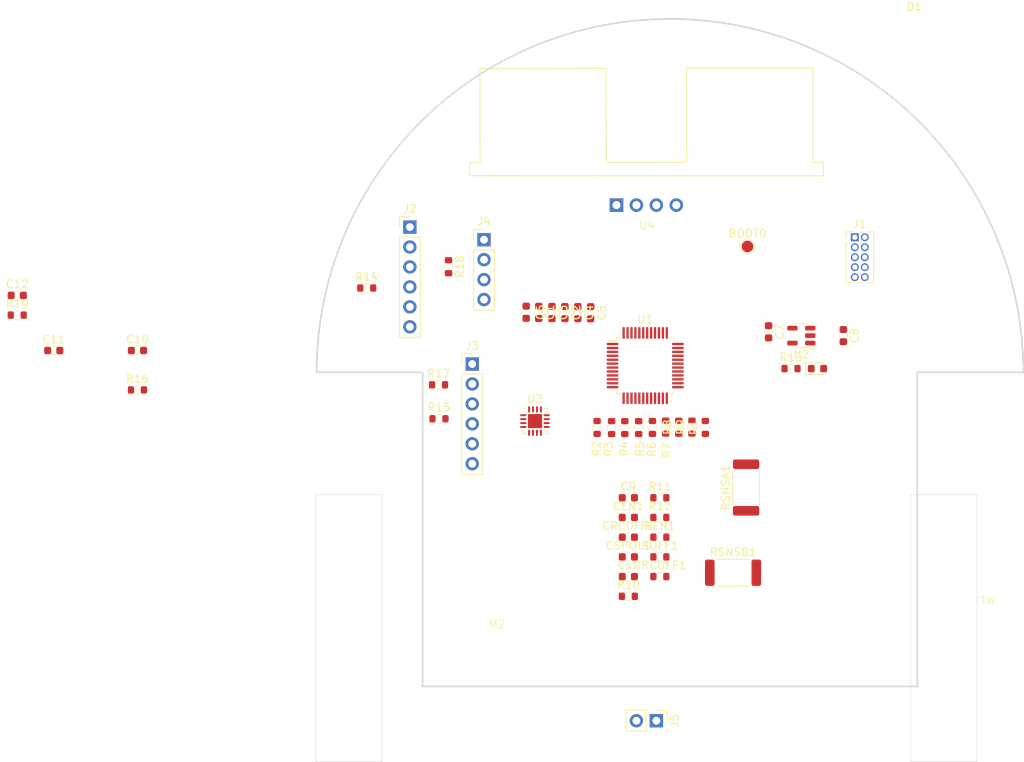
<source format=kicad_pcb>
(kicad_pcb (version 20221018) (generator pcbnew)
  (layers (0 "F.Cu" signal) (31 "B.Cu" signal) (34 "B.Paste" user) (35 "F.Paste" user) (36 "B.SilkS" user "B.Silkscreen") (37 "F.SilkS" user "F.Silkscreen") (38 "B.Mask" user) (39 "F.Mask" user) (44 "Edge.Cuts" user))
  (net 0 "")
  (net 1 "+3.3V")
  (net 2 "GND")
  (net 3 "+BATT")
  (net 4 "/mcu/IN_B2")
  (net 5 "/mcu/BOOT0")
  (net 6 "Net-(U1-PA2)")
  (net 7 "/mcu/TIM15_CH1")
  (net 8 "Net-(U1-PA3)")
  (net 9 "/mcu/TIM15_CH2")
  (net 10 "Net-(U1-PA4)")
  (net 11 "/mcu/OUT_A4")
  (net 12 "Net-(U1-PA5)")
  (net 13 "/mcu/OUT_A5")
  (net 14 "/motor_control/STBY{slash}RESET")
  (net 15 "Net-(U1-PB0)")
  (net 16 "/mcu/OUT_B1")
  (net 17 "Net-(U1-PB1)")
  (net 18 "Net-(U1-PB6)")
  (net 19 "/mcu/OUT_B9")
  (net 20 "Net-(U1-PB9)")
  (net 21 "/mcu/TIM3_CH1")
  (net 22 "/mcu/TIM2_CH1")
  (net 23 "/mcu/TIM3_CH2")
  (net 24 "/mcu/TIM2_CH2")
  (net 25 "/mcu/TIM8_CH2")
  (net 26 "Net-(U4-ECHO)")
  (net 32 "/mcu/~{RESET}")
  (net 44 "/mcu/SWDIO")
  (net 47 "/mcu/SWDCLK")
  (net 49 "/mcu/SWO")
  (net 52 "+3V3")
  (net 56 "Net-(CRCOFF1-Pad1)")
  (net 57 "VS")
  (net 58 "Net-(D1-A)")
  (net 59 "Net-(U3-REF)")
  (net 60 "VDD")
  (net 61 "Net-(U3-TOFF)")
  (net 62 "Net-(U3-SENSEA)")
  (net 64 "Net-(U3-SENSEB)")
  (net 66 "/motorB/MA")
  (net 67 "/motorB/MB")
  (net 68 "/motorA/MB")
  (net 69 "/motorA/MA")
  (net 70 "/external_uart/EXT_UART_RX")
  (net 71 "/external_uart/EXT_UART_TX")
  (net 72 "Net-(J4-Pin_3)")
  (footprint "Resistor_SMD:R_0603_1608Metric" (layer "F.Cu") (at 69.88 83.12)
    (fp_text reference "R19" (at 0 -1.43) (layer "F.SilkS"))
    (fp_text value "100")
    (fp_line (start -0.237258 -0.5225) (end 0.237258 -0.5225) (stroke (width 0.12)) (layer "F.SilkS"))
    (fp_line (start -0.237258 0.5225) (end 0.237258 0.5225) (stroke (width 0.12)) (layer "F.SilkS"))
    (pad "1" smd roundrect (at -0.825 0) (size 0.8 0.95) (layers "F.Cu" "F.Paste" "F.Mask") (net 25 "/mcu/TIM8_CH2"))
    (pad "2" smd roundrect (at 0.825 0) (size 0.8 0.95) (layers "F.Cu" "F.Paste" "F.Mask") (net 26 "Net-(U4-ECHO)"))
  )
  (footprint "Capacitor_SMD:C_0603_1608Metric" (layer "F.Cu") (at 69.88 80.61)
    (fp_text reference "C12" (at 0 -1.43) (layer "F.SilkS"))
    (fp_text value "2.2uF")
    (fp_line (start -0.14058 -0.51) (end 0.14058 -0.51) (stroke (width 0.12)) (layer "F.SilkS"))
    (fp_line (start -0.14058 0.51) (end 0.14058 0.51) (stroke (width 0.12)) (layer "F.SilkS"))
    (pad "1" smd roundrect (at -0.775 0) (size 0.9 0.95) (layers "F.Cu" "F.Paste" "F.Mask") (net 1 "+3.3V"))
    (pad "2" smd roundrect (at 0.775 0) (size 0.9 0.95) (layers "F.Cu" "F.Paste" "F.Mask") (net 2 "GND"))
  )
  (footprint "Package_QFP:LQFP-48_7x7mm_P0.5mm" (layer "F.Cu") (at 149.85 89.55)
    (fp_text reference "U1" (at 0 -5.85) (layer "F.SilkS"))
    (fp_text value "STM32F030C8Tx")
    (fp_line (start -3.61 -3.61) (end -3.61 -3.16) (stroke (width 0.12)) (layer "F.SilkS"))
    (fp_line (start -3.61 -3.16) (end -4.9 -3.16) (stroke (width 0.12)) (layer "F.SilkS"))
    (fp_line (start -3.61 3.61) (end -3.61 3.16) (stroke (width 0.12)) (layer "F.SilkS"))
    (fp_line (start -3.16 -3.61) (end -3.61 -3.61) (stroke (width 0.12)) (layer "F.SilkS"))
    (fp_line (start -3.16 3.61) (end -3.61 3.61) (stroke (width 0.12)) (layer "F.SilkS"))
    (fp_line (start 3.16 -3.61) (end 3.61 -3.61) (stroke (width 0.12)) (layer "F.SilkS"))
    (fp_line (start 3.16 3.61) (end 3.61 3.61) (stroke (width 0.12)) (layer "F.SilkS"))
    (fp_line (start 3.61 -3.61) (end 3.61 -3.16) (stroke (width 0.12)) (layer "F.SilkS"))
    (fp_line (start 3.61 3.61) (end 3.61 3.16) (stroke (width 0.12)) (layer "F.SilkS"))
    (pad "1" smd roundrect (at -4.1625 -2.75) (size 1.475 0.3) (layers "F.Cu" "F.Paste" "F.Mask") (net 1 "+3.3V"))
    (pad "2" smd roundrect (at -4.1625 -2.25) (size 1.475 0.3) (layers "F.Cu" "F.Paste" "F.Mask"))
    (pad "3" smd roundrect (at -4.1625 -1.75) (size 1.475 0.3) (layers "F.Cu" "F.Paste" "F.Mask"))
    (pad "4" smd roundrect (at -4.1625 -1.25) (size 1.475 0.3) (layers "F.Cu" "F.Paste" "F.Mask"))
    (pad "5" smd roundrect (at -4.1625 -0.75) (size 1.475 0.3) (layers "F.Cu" "F.Paste" "F.Mask"))
    (pad "6" smd roundrect (at -4.1625 -0.25) (size 1.475 0.3) (layers "F.Cu" "F.Paste" "F.Mask"))
    (pad "7" smd roundrect (at -4.1625 0.25) (size 1.475 0.3) (layers "F.Cu" "F.Paste" "F.Mask") (net 32 "/mcu/~{RESET}"))
    (pad "8" smd roundrect (at -4.1625 0.75) (size 1.475 0.3) (layers "F.Cu" "F.Paste" "F.Mask") (net 2 "GND"))
    (pad "9" smd roundrect (at -4.1625 1.25) (size 1.475 0.3) (layers "F.Cu" "F.Paste" "F.Mask") (net 1 "+3.3V"))
    (pad "10" smd roundrect (at -4.1625 1.75) (size 1.475 0.3) (layers "F.Cu" "F.Paste" "F.Mask") (net 22 "/mcu/TIM2_CH1"))
    (pad "11" smd roundrect (at -4.1625 2.25) (size 1.475 0.3) (layers "F.Cu" "F.Paste" "F.Mask") (net 24 "/mcu/TIM2_CH2"))
    (pad "12" smd roundrect (at -4.1625 2.75) (size 1.475 0.3) (layers "F.Cu" "F.Paste" "F.Mask") (net 6 "Net-(U1-PA2)"))
    (pad "13" smd roundrect (at -2.75 4.1625) (size 0.3 1.475) (layers "F.Cu" "F.Paste" "F.Mask") (net 8 "Net-(U1-PA3)"))
    (pad "14" smd roundrect (at -2.25 4.1625) (size 0.3 1.475) (layers "F.Cu" "F.Paste" "F.Mask") (net 10 "Net-(U1-PA4)"))
    (pad "15" smd roundrect (at -1.75 4.1625) (size 0.3 1.475) (layers "F.Cu" "F.Paste" "F.Mask") (net 12 "Net-(U1-PA5)"))
    (pad "16" smd roundrect (at -1.25 4.1625) (size 0.3 1.475) (layers "F.Cu" "F.Paste" "F.Mask") (net 21 "/mcu/TIM3_CH1"))
    (pad "17" smd roundrect (at -0.75 4.1625) (size 0.3 1.475) (layers "F.Cu" "F.Paste" "F.Mask") (net 23 "/mcu/TIM3_CH2"))
    (pad "18" smd roundrect (at -0.25 4.1625) (size 0.3 1.475) (layers "F.Cu" "F.Paste" "F.Mask") (net 15 "Net-(U1-PB0)"))
    (pad "19" smd roundrect (at 0.25 4.1625) (size 0.3 1.475) (layers "F.Cu" "F.Paste" "F.Mask") (net 17 "Net-(U1-PB1)"))
    (pad "20" smd roundrect (at 0.75 4.1625) (size 0.3 1.475) (layers "F.Cu" "F.Paste" "F.Mask") (net 4 "/mcu/IN_B2"))
    (pad "21" smd roundrect (at 1.25 4.1625) (size 0.3 1.475) (layers "F.Cu" "F.Paste" "F.Mask"))
    (pad "22" smd roundrect (at 1.75 4.1625) (size 0.3 1.475) (layers "F.Cu" "F.Paste" "F.Mask"))
    (pad "23" smd roundrect (at 2.25 4.1625) (size 0.3 1.475) (layers "F.Cu" "F.Paste" "F.Mask") (net 2 "GND"))
    (pad "24" smd roundrect (at 2.75 4.1625) (size 0.3 1.475) (layers "F.Cu" "F.Paste" "F.Mask") (net 1 "+3.3V"))
    (pad "25" smd roundrect (at 4.1625 2.75) (size 1.475 0.3) (layers "F.Cu" "F.Paste" "F.Mask"))
    (pad "26" smd roundrect (at 4.1625 2.25) (size 1.475 0.3) (layers "F.Cu" "F.Paste" "F.Mask"))
    (pad "27" smd roundrect (at 4.1625 1.75) (size 1.475 0.3) (layers "F.Cu" "F.Paste" "F.Mask"))
    (pad "28" smd roundrect (at 4.1625 1.25) (size 1.475 0.3) (layers "F.Cu" "F.Paste" "F.Mask"))
    (pad "29" smd roundrect (at 4.1625 0.75) (size 1.475 0.3) (layers "F.Cu" "F.Paste" "F.Mask"))
    (pad "30" smd roundrect (at 4.1625 0.25) (size 1.475 0.3) (layers "F.Cu" "F.Paste" "F.Mask"))
    (pad "31" smd roundrect (at 4.1625 -0.25) (size 1.475 0.3) (layers "F.Cu" "F.Paste" "F.Mask"))
    (pad "32" smd roundrect (at 4.1625 -0.75) (size 1.475 0.3) (layers "F.Cu" "F.Paste" "F.Mask"))
    (pad "33" smd roundrect (at 4.1625 -1.25) (size 1.475 0.3) (layers "F.Cu" "F.Paste" "F.Mask"))
    (pad "34" smd roundrect (at 4.1625 -1.75) (size 1.475 0.3) (layers "F.Cu" "F.Paste" "F.Mask") (net 44 "/mcu/SWDIO"))
    (pad "35" smd roundrect (at 4.1625 -2.25) (size 1.475 0.3) (layers "F.Cu" "F.Paste" "F.Mask"))
    (pad "36" smd roundrect (at 4.1625 -2.75) (size 1.475 0.3) (layers "F.Cu" "F.Paste" "F.Mask"))
    (pad "37" smd roundrect (at 2.75 -4.1625) (size 0.3 1.475) (layers "F.Cu" "F.Paste" "F.Mask") (net 47 "/mcu/SWDCLK"))
    (pad "38" smd roundrect (at 2.25 -4.1625) (size 0.3 1.475) (layers "F.Cu" "F.Paste" "F.Mask"))
    (pad "39" smd roundrect (at 1.75 -4.1625) (size 0.3 1.475) (layers "F.Cu" "F.Paste" "F.Mask") (net 49 "/mcu/SWO"))
    (pad "40" smd roundrect (at 1.25 -4.1625) (size 0.3 1.475) (layers "F.Cu" "F.Paste" "F.Mask"))
    (pad "41" smd roundrect (at 0.75 -4.1625) (size 0.3 1.475) (layers "F.Cu" "F.Paste" "F.Mask"))
    (pad "42" smd roundrect (at 0.25 -4.1625) (size 0.3 1.475) (layers "F.Cu" "F.Paste" "F.Mask") (net 18 "Net-(U1-PB6)"))
    (pad "43" smd roundrect (at -0.25 -4.1625) (size 0.3 1.475) (layers "F.Cu" "F.Paste" "F.Mask") (net 71 "/external_uart/EXT_UART_TX"))
    (pad "44" smd roundrect (at -0.75 -4.1625) (size 0.3 1.475) (layers "F.Cu" "F.Paste" "F.Mask") (net 5 "/mcu/BOOT0"))
    (pad "45" smd roundrect (at -1.25 -4.1625) (size 0.3 1.475) (layers "F.Cu" "F.Paste" "F.Mask") (net 25 "/mcu/TIM8_CH2"))
    (pad "46" smd roundrect (at -1.75 -4.1625) (size 0.3 1.475) (layers "F.Cu" "F.Paste" "F.Mask") (net 20 "Net-(U1-PB9)"))
    (pad "47" smd roundrect (at -2.25 -4.1625) (size 0.3 1.475) (layers "F.Cu" "F.Paste" "F.Mask") (net 2 "GND"))
    (pad "48" smd roundrect (at -2.75 -4.1625) (size 0.3 1.475) (layers "F.Cu" "F.Paste" "F.Mask") (net 1 "+3.3V"))
  )
  (footprint "Resistor_SMD:R_0603_1608Metric" (layer "F.Cu") (at 157.51 97.425 90)
    (fp_text reference "R1" (at 0 -1.43 90) (layer "F.SilkS"))
    (fp_text value "10k")
    (fp_line (start -0.237258 -0.5225) (end 0.237258 -0.5225) (stroke (width 0.12)) (layer "F.SilkS"))
    (fp_line (start -0.237258 0.5225) (end 0.237258 0.5225) (stroke (width 0.12)) (layer "F.SilkS"))
    (pad "1" smd roundrect (at -0.825 0 90) (size 0.8 0.95) (layers "F.Cu" "F.Paste" "F.Mask") (net 5 "/mcu/BOOT0"))
    (pad "2" smd roundrect (at 0.825 0 90) (size 0.8 0.95) (layers "F.Cu" "F.Paste" "F.Mask") (net 2 "GND"))
  )
  (footprint "minimouse:N20_with_encoder" (layer "F.Cu") (at 131 123)
    (fp_text reference "M2" (at 0 -0.5 unlocked) (layer "F.SilkS") (effects (font (thickness 0.1))))
    (fp_text value "N20_encoder")
    (fp_rect (start -23.1 -17) (end -14.67 17) (stroke (width 0.05)) (fill none) (layer "Edge.Cuts"))
    (pad "" np_thru_hole circle locked (at 0 -9) (size 1 1) (drill 2.2) (layers "F&B.Cu" "*.Mask"))
    (pad "" np_thru_hole circle locked (at 0 9) (size 1 1) (drill 2.2) (layers "F&B.Cu" "*.Mask"))
  )
  (footprint "Resistor_SMD:R_0603_1608Metric" (layer "F.Cu") (at 114.385 79.67)
    (fp_text reference "R14" (at 0 -1.43) (layer "F.SilkS"))
    (fp_text value "100")
    (fp_line (start -0.237258 -0.5225) (end 0.237258 -0.5225) (stroke (width 0.12)) (layer "F.SilkS"))
    (fp_line (start -0.237258 0.5225) (end 0.237258 0.5225) (stroke (width 0.12)) (layer "F.SilkS"))
    (pad "1" smd roundrect (at -0.825 0) (size 0.8 0.95) (layers "F.Cu" "F.Paste" "F.Mask") (net 21 "/mcu/TIM3_CH1"))
    (pad "2" smd roundrect (at 0.825 0) (size 0.8 0.95) (layers "F.Cu" "F.Paste" "F.Mask") (net 2 "GND"))
  )
  (footprint "Resistor_SMD:R_2512_6332Metric" (layer "F.Cu") (at 162.7 105.08 90)
    (fp_text reference "RSNSA1" (at 0 -2.62 90) (layer "F.SilkS"))
    (fp_text value "330m")
    (fp_line (start -2.177064 -1.71) (end 2.177064 -1.71) (stroke (width 0.12)) (layer "F.SilkS"))
    (fp_line (start -2.177064 1.71) (end 2.177064 1.71) (stroke (width 0.12)) (layer "F.SilkS"))
    (pad "1" smd roundrect (at -2.9625 0 90) (size 1.225 3.35) (layers "F.Cu" "F.Paste" "F.Mask") (roundrect_rratio 0.204082) (net 62 "Net-(U3-SENSEA)"))
    (pad "2" smd roundrect (at 2.9625 0 90) (size 1.225 3.35) (layers "F.Cu" "F.Paste" "F.Mask") (roundrect_rratio 0.204082))
  )
  (footprint "Capacitor_SMD:C_0603_1608Metric" (layer "F.Cu") (at 165.56 85.245 -90)
    (fp_text reference "C7" (at 0 -1.43 90) (layer "F.SilkS"))
    (fp_text value "1uF")
    (fp_line (start -0.14058 -0.51) (end 0.14058 -0.51) (stroke (width 0.12)) (layer "F.SilkS"))
    (fp_line (start -0.14058 0.51) (end 0.14058 0.51) (stroke (width 0.12)) (layer "F.SilkS"))
    (pad "1" smd roundrect (at -0.775 0 270) (size 0.9 0.95) (layers "F.Cu" "F.Paste" "F.Mask") (net 3 "+BATT"))
    (pad "2" smd roundrect (at 0.775 0 270) (size 0.9 0.95) (layers "F.Cu" "F.Paste" "F.Mask") (net 2 "GND"))
  )
  (footprint "TestPoint:TestPoint_Pad_D1.5mm" (layer "F.Cu") (at 162.88 74.38)
    (fp_text reference "BOOT0" (at 0 -1.648) (layer "F.SilkS"))
    (fp_text value "TestPoint")
    (fp_circle (center 0 0) (end 0 0.95) (stroke (width 0.12)) (fill none) (layer "F.SilkS"))
    (pad "1" smd circle (at 0 0) (size 1.5 1.5) (layers "F.Cu" "F.Mask") (net 5 "/mcu/BOOT0"))
  )
  (footprint "Resistor_SMD:R_0603_1608Metric" (layer "F.Cu") (at 168.415 89.93)
    (fp_text reference "R13" (at 0 -1.43) (layer "F.SilkS"))
    (fp_text value "R")
    (fp_line (start -0.237258 -0.5225) (end 0.237258 -0.5225) (stroke (width 0.12)) (layer "F.SilkS"))
    (fp_line (start -0.237258 0.5225) (end 0.237258 0.5225) (stroke (width 0.12)) (layer "F.SilkS"))
    (pad "1" smd roundrect (at -0.825 0) (size 0.8 0.95) (layers "F.Cu" "F.Paste" "F.Mask") (net 1 "+3.3V"))
    (pad "2" smd roundrect (at 0.825 0) (size 0.8 0.95) (layers "F.Cu" "F.Paste" "F.Mask") (net 58 "Net-(D1-A)"))
  )
  (footprint "Resistor_SMD:R_0603_1608Metric" (layer "F.Cu") (at 151.7125 106.38)
    (fp_text reference "R11" (at 0 -1.43) (layer "F.SilkS"))
    (fp_text value "10k")
    (fp_line (start -0.237258 -0.5225) (end 0.237258 -0.5225) (stroke (width 0.12)) (layer "F.SilkS"))
    (fp_line (start -0.237258 0.5225) (end 0.237258 0.5225) (stroke (width 0.12)) (layer "F.SilkS"))
    (pad "1" smd roundrect (at -0.825 0) (size 0.8 0.95) (layers "F.Cu" "F.Paste" "F.Mask") (net 3 "+BATT"))
    (pad "2" smd roundrect (at 0.825 0) (size 0.8 0.95) (layers "F.Cu" "F.Paste" "F.Mask") (net 59 "Net-(U3-REF)"))
  )
  (footprint "Resistor_SMD:R_0603_1608Metric" (layer "F.Cu") (at 147.25 97.445 -90)
    (fp_text reference "R4" (at 2.7 0.07 90) (layer "F.SilkS"))
    (fp_text value "100")
    (fp_line (start -0.237258 -0.5225) (end 0.237258 -0.5225) (stroke (width 0.12)) (layer "F.SilkS"))
    (fp_line (start -0.237258 0.5225) (end 0.237258 0.5225) (stroke (width 0.12)) (layer "F.SilkS"))
    (pad "1" smd roundrect (at -0.825 0 270) (size 0.8 0.95) (layers "F.Cu" "F.Paste" "F.Mask") (net 10 "Net-(U1-PA4)"))
    (pad "2" smd roundrect (at 0.825 0 270) (size 0.8 0.95) (layers "F.Cu" "F.Paste" "F.Mask") (net 11 "/mcu/OUT_A4"))
  )
  (footprint "Capacitor_SMD:C_0603_1608Metric" (layer "F.Cu") (at 141.27 82.805 -90)
    (fp_text reference "C4" (at 0 -1.43 90) (layer "F.SilkS"))
    (fp_text value "0.1uF")
    (fp_line (start -0.14058 -0.51) (end 0.14058 -0.51) (stroke (width 0.12)) (layer "F.SilkS"))
    (fp_line (start -0.14058 0.51) (end 0.14058 0.51) (stroke (width 0.12)) (layer "F.SilkS"))
    (pad "1" smd roundrect (at -0.775 0 270) (size 0.9 0.95) (layers "F.Cu" "F.Paste" "F.Mask") (net 1 "+3.3V"))
    (pad "2" smd roundrect (at 0.775 0 270) (size 0.9 0.95) (layers "F.Cu" "F.Paste" "F.Mask") (net 2 "GND"))
  )
  (footprint "Resistor_SMD:R_0603_1608Metric" (layer "F.Cu") (at 155.8 97.385 90)
    (fp_text reference "R9" (at 0 -1.43 90) (layer "F.SilkS"))
    (fp_text value "100")
    (fp_line (start -0.237258 -0.5225) (end 0.237258 -0.5225) (stroke (width 0.12)) (layer "F.SilkS"))
    (fp_line (start -0.237258 0.5225) (end 0.237258 0.5225) (stroke (width 0.12)) (layer "F.SilkS"))
    (pad "1" smd roundrect (at -0.825 0 90) (size 0.8 0.95) (layers "F.Cu" "F.Paste" "F.Mask") (net 19 "/mcu/OUT_B9"))
    (pad "2" smd roundrect (at 0.825 0 90) (size 0.8 0.95) (layers "F.Cu" "F.Paste" "F.Mask") (net 20 "Net-(U1-PB9)"))
  )
  (footprint "minimouse:HC-SR04" (layer "F.Cu") (at 150 69.125)
    (fp_text reference "U4" (at 0.06 2.57 unlocked) (layer "F.SilkS") (effects (font (thickness 0.1))))
    (fp_text value "HC-SR04")
    (fp_line (start -22.54 -5.41) (end -22.54 -3.75) (stroke (width 0.1)) (layer "F.SilkS"))
    (fp_line (start -22.54 -3.75) (end 22.54 -3.73) (stroke (width 0.1)) (layer "F.SilkS"))
    (fp_line (start -21.18 -17.41) (end -21.17 -5.41) (stroke (width 0.1)) (layer "F.SilkS"))
    (fp_line (start -21.17 -5.41) (end -22.54 -5.41) (stroke (width 0.1)) (layer "F.SilkS"))
    (fp_line (start -5.13 -17.42) (end -21.18 -17.41) (stroke (width 0.1)) (layer "F.SilkS"))
    (fp_line (start -5.12 -5.42) (end -5.13 -17.42) (stroke (width 0.1)) (layer "F.SilkS"))
    (fp_line (start 5.12 -17.44) (end 5.14 -5.43) (stroke (width 0.1)) (layer "F.SilkS"))
    (fp_line (start 5.14 -5.43) (end -5.12 -5.42) (stroke (width 0.1)) (layer "F.SilkS"))
    (fp_line (start 21.21 -17.45) (end 5.12 -17.44) (stroke (width 0.1)) (layer "F.SilkS"))
    (fp_line (start 21.21 -5.45) (end 21.21 -17.45) (stroke (width 0.1)) (layer "F.SilkS"))
    (fp_line (start 22.53 -5.45) (end 21.21 -5.45) (stroke (width 0.1)) (layer "F.SilkS"))
    (fp_line (start 22.54 -3.73) (end 22.53 -5.45) (stroke (width 0.1)) (layer "F.SilkS"))
    (pad "1" thru_hole rect locked (at -3.81 0 90) (size 1.7 1.7) (drill 1) (layers "*.Cu" "*.Mask") (net 2 "GND"))
    (pad "2" thru_hole oval locked (at -1.27 0 90) (size 1.7 1.7) (drill 1) (layers "*.Cu" "*.Mask") (net 19 "/mcu/OUT_B9"))
    (pad "3" thru_hole oval locked (at 1.27 0 90) (size 1.7 1.7) (drill 1) (layers "*.Cu" "*.Mask") (net 26 "Net-(U4-ECHO)"))
    (pad "4" thru_hole oval locked (at 3.81 0 90) (size 1.7 1.7) (drill 1) (layers "*.Cu" "*.Mask") (net 52 "+3V3"))
  )
  (footprint "Resistor_SMD:R_0603_1608Metric" (layer "F.Cu") (at 123.535 92)
    (fp_text reference "R17" (at 0 -1.43) (layer "F.SilkS"))
    (fp_text value "10")
    (fp_line (start -0.237258 -0.5225) (end 0.237258 -0.5225) (stroke (width 0.12)) (layer "F.SilkS"))
    (fp_line (start -0.237258 0.5225) (end 0.237258 0.5225) (stroke (width 0.12)) (layer "F.SilkS"))
    (pad "1" smd roundrect (at -0.825 0) (size 0.8 0.95) (layers "F.Cu" "F.Paste" "F.Mask") (net 24 "/mcu/TIM2_CH2"))
    (pad "2" smd roundrect (at 0.825 0) (size 0.8 0.95) (layers "F.Cu" "F.Paste" "F.Mask") (net 2 "GND"))
  )
  (footprint "Capacitor_SMD:C_0603_1608Metric" (layer "F.Cu") (at 175.08 85.735 -90)
    (fp_text reference "C8" (at 0 -1.43 90) (layer "F.SilkS"))
    (fp_text value "1uF")
    (fp_line (start -0.14058 -0.51) (end 0.14058 -0.51) (stroke (width 0.12)) (layer "F.SilkS"))
    (fp_line (start -0.14058 0.51) (end 0.14058 0.51) (stroke (width 0.12)) (layer "F.SilkS"))
    (pad "1" smd roundrect (at -0.775 0 270) (size 0.9 0.95) (layers "F.Cu" "F.Paste" "F.Mask") (net 1 "+3.3V"))
    (pad "2" smd roundrect (at 0.775 0 270) (size 0.9 0.95) (layers "F.Cu" "F.Paste" "F.Mask") (net 2 "GND"))
  )
  (footprint "Connector_PinHeader_2.54mm:PinHeader_1x06_P2.54mm_Vertical" (layer "F.Cu") (at 119.88 71.91)
    (fp_text reference "J2" (at 0 -2.33) (layer "F.SilkS"))
    (fp_text value "Conn_01x06")
    (fp_line (start -1.33 -1.33) (end 0 -1.33) (stroke (width 0.12)) (layer "F.SilkS"))
    (fp_line (start -1.33 0) (end -1.33 -1.33) (stroke (width 0.12)) (layer "F.SilkS"))
    (fp_line (start -1.33 1.27) (end -1.33 14.03) (stroke (width 0.12)) (layer "F.SilkS"))
    (fp_line (start -1.33 1.27) (end 1.33 1.27) (stroke (width 0.12)) (layer "F.SilkS"))
    (fp_line (start -1.33 14.03) (end 1.33 14.03) (stroke (width 0.12)) (layer "F.SilkS"))
    (fp_line (start 1.33 1.27) (end 1.33 14.03) (stroke (width 0.12)) (layer "F.SilkS"))
    (pad "1" thru_hole rect (at 0 0) (size 1.7 1.7) (drill 1) (layers "*.Cu" "*.Mask") (net 69 "/motorA/MA"))
    (pad "2" thru_hole oval (at 0 2.54) (size 1.7 1.7) (drill 1) (layers "*.Cu" "*.Mask") (net 2 "GND"))
    (pad "3" thru_hole oval (at 0 5.08) (size 1.7 1.7) (drill 1) (layers "*.Cu" "*.Mask") (net 2 "GND"))
    (pad "4" thru_hole oval (at 0 7.62) (size 1.7 1.7) (drill 1) (layers "*.Cu" "*.Mask") (net 2 "GND"))
    (pad "5" thru_hole oval (at 0 10.16) (size 1.7 1.7) (drill 1) (layers "*.Cu" "*.Mask") (net 3 "+BATT"))
    (pad "6" thru_hole oval (at 0 12.7) (size 1.7 1.7) (drill 1) (layers "*.Cu" "*.Mask") (net 68 "/motorA/MB"))
  )
  (footprint "Capacitor_SMD:C_0603_1608Metric" (layer "F.Cu") (at 142.9 82.815 -90)
    (fp_text reference "C5" (at 0 -1.43 90) (layer "F.SilkS"))
    (fp_text value "0.1uF")
    (fp_line (start -0.14058 -0.51) (end 0.14058 -0.51) (stroke (width 0.12)) (layer "F.SilkS"))
    (fp_line (start -0.14058 0.51) (end 0.14058 0.51) (stroke (width 0.12)) (layer "F.SilkS"))
    (pad "1" smd roundrect (at -0.775 0 270) (size 0.9 0.95) (layers "F.Cu" "F.Paste" "F.Mask") (net 1 "+3.3V"))
    (pad "2" smd roundrect (at 0.775 0 270) (size 0.9 0.95) (layers "F.Cu" "F.Paste" "F.Mask") (net 2 "GND"))
  )
  (footprint "minimouse:N20_with_encoder" (layer "F.Cu") (at 169 123 180)
    (fp_text reference "M1" (at -24.45 3.6 180 unlocked) (layer "F.SilkS") (effects (font (thickness 0.1))))
    (fp_text value "N20_encoder")
    (fp_rect (start -23.1 -17) (end -14.67 17) (stroke (width 0.05)) (fill none) (layer "Edge.Cuts"))
    (pad "" np_thru_hole circle locked (at 0 -9 180) (size 1 1) (drill 2.2) (layers "F&B.Cu" "*.Mask"))
    (pad "" np_thru_hole circle locked (at 0 9 180) (size 1 1) (drill 2.2) (layers "F&B.Cu" "*.Mask"))
  )
  (footprint "Resistor_SMD:R_0603_1608Metric" (layer "F.Cu") (at 151.7125 108.89)
    (fp_text reference "R12" (at 0 -1.43) (layer "F.SilkS"))
    (fp_text value "R")
    (fp_line (start -0.237258 -0.5225) (end 0.237258 -0.5225) (stroke (width 0.12)) (layer "F.SilkS"))
    (fp_line (start -0.237258 0.5225) (end 0.237258 0.5225) (stroke (width 0.12)) (layer "F.SilkS"))
    (pad "1" smd roundrect (at -0.825 0) (size 0.8 0.95) (layers "F.Cu" "F.Paste" "F.Mask") (net 60 "VDD"))
    (pad "2" smd roundrect (at 0.825 0) (size 0.8 0.95) (layers "F.Cu" "F.Paste" "F.Mask") (net 14 "/motor_control/STBY{slash}RESET"))
  )
  (footprint "Capacitor_SMD:C_0603_1608Metric" (layer "F.Cu") (at 147.7025 111.4)
    (fp_text reference "CRCOFF1" (at 0 -1.43) (layer "F.SilkS"))
    (fp_text value "22nF")
    (fp_line (start -0.14058 -0.51) (end 0.14058 -0.51) (stroke (width 0.12)) (layer "F.SilkS"))
    (fp_line (start -0.14058 0.51) (end 0.14058 0.51) (stroke (width 0.12)) (layer "F.SilkS"))
    (pad "1" smd roundrect (at -0.775 0) (size 0.9 0.95) (layers "F.Cu" "F.Paste" "F.Mask") (net 56 "Net-(CRCOFF1-Pad1)"))
    (pad "2" smd roundrect (at 0.775 0) (size 0.9 0.95) (layers "F.Cu" "F.Paste" "F.Mask") (net 2 "GND"))
  )
  (footprint "Connector_PinHeader_2.54mm:PinHeader_1x02_P2.54mm_Vertical" (layer "F.Cu") (at 151.27 134.775 -90)
    (fp_text reference "J5" (at 0 -2.33 90) (layer "F.SilkS"))
    (fp_text value "Conn_01x02")
    (fp_line (start -1.33 -1.33) (end 0 -1.33) (stroke (width 0.12)) (layer "F.SilkS"))
    (fp_line (start -1.33 0) (end -1.33 -1.33) (stroke (width 0.12)) (layer "F.SilkS"))
    (fp_line (start -1.33 1.27) (end -1.33 3.87) (stroke (width 0.12)) (layer "F.SilkS"))
    (fp_line (start -1.33 1.27) (end 1.33 1.27) (stroke (width 0.12)) (layer "F.SilkS"))
    (fp_line (start -1.33 3.87) (end 1.33 3.87) (stroke (width 0.12)) (layer "F.SilkS"))
    (fp_line (start 1.33 1.27) (end 1.33 3.87) (stroke (width 0.12)) (layer "F.SilkS"))
    (pad "1" thru_hole rect locked (at 0 0 270) (size 1.7 1.7) (drill 1) (layers "*.Cu" "*.Mask") (net 2 "GND"))
    (pad "2" thru_hole oval locked (at 0 2.54 270) (size 1.7 1.7) (drill 1) (layers "*.Cu" "*.Mask") (net 3 "+BATT"))
  )
  (footprint "Connector_PinHeader_2.54mm:PinHeader_1x06_P2.54mm_Vertical" (layer "F.Cu") (at 127.82 89.35)
    (fp_text reference "J3" (at 0 -2.33) (layer "F.SilkS"))
    (fp_text value "Conn_01x06")
    (fp_line (start -1.33 -1.33) (end 0 -1.33) (stroke (width 0.12)) (layer "F.SilkS"))
    (fp_line (start -1.33 0) (end -1.33 -1.33) (stroke (width 0.12)) (layer "F.SilkS"))
    (fp_line (start -1.33 1.27) (end -1.33 14.03) (stroke (width 0.12)) (layer "F.SilkS"))
    (fp_line (start -1.33 1.27) (end 1.33 1.27) (stroke (width 0.12)) (layer "F.SilkS"))
    (fp_line (start -1.33 14.03) (end 1.33 14.03) (stroke (width 0.12)) (layer "F.SilkS"))
    (fp_line (start 1.33 1.27) (end 1.33 14.03) (stroke (width 0.12)) (layer "F.SilkS"))
    (pad "1" thru_hole rect (at 0 0) (size 1.7 1.7) (drill 1) (layers "*.Cu" "*.Mask") (net 66 "/motorB/MA"))
    (pad "2" thru_hole oval (at 0 2.54) (size 1.7 1.7) (drill 1) (layers "*.Cu" "*.Mask") (net 2 "GND"))
    (pad "3" thru_hole oval (at 0 5.08) (size 1.7 1.7) (drill 1) (layers "*.Cu" "*.Mask") (net 2 "GND"))
    (pad "4" thru_hole oval (at 0 7.62) (size 1.7 1.7) (drill 1) (layers "*.Cu" "*.Mask") (net 2 "GND"))
    (pad "5" thru_hole oval (at 0 10.16) (size 1.7 1.7) (drill 1) (layers "*.Cu" "*.Mask") (net 3 "+BATT"))
    (pad "6" thru_hole oval (at 0 12.7) (size 1.7 1.7) (drill 1) (layers "*.Cu" "*.Mask") (net 67 "/motorB/MB"))
  )
  (footprint "Capacitor_SMD:C_0603_1608Metric" (layer "F.Cu") (at 137.97 82.785 -90)
    (fp_text reference "C3" (at 0 -1.43 -270) (layer "F.SilkS"))
    (fp_text value "0.1uF")
    (fp_line (start -0.14058 -0.51) (end 0.14058 -0.51) (stroke (width 0.12)) (layer "F.SilkS"))
    (fp_line (start -0.14058 0.51) (end 0.14058 0.51) (stroke (width 0.12)) (layer "F.SilkS"))
    (pad "1" smd roundrect (at -0.775 0 270) (size 0.9 0.95) (layers "F.Cu" "F.Paste" "F.Mask") (net 1 "+3.3V"))
    (pad "2" smd roundrect (at 0.775 0 270) (size 0.9 0.95) (layers "F.Cu" "F.Paste" "F.Mask") (net 2 "GND"))
  )
  (footprint "Connector_PinHeader_2.54mm:PinHeader_1x04_P2.54mm_Vertical" (layer "F.Cu") (at 129.32 73.52)
    (fp_text reference "J4" (at 0 -2.33) (layer "F.SilkS"))
    (fp_text value "Conn_01x04")
    (fp_line (start -1.33 -1.33) (end 0 -1.33) (stroke (width 0.12)) (layer "F.SilkS"))
    (fp_line (start -1.33 0) (end -1.33 -1.33) (stroke (width 0.12)) (layer "F.SilkS"))
    (fp_line (start -1.33 1.27) (end -1.33 8.95) (stroke (width 0.12)) (layer "F.SilkS"))
    (fp_line (start -1.33 1.27) (end 1.33 1.27) (stroke (width 0.12)) (layer "F.SilkS"))
    (fp_line (start -1.33 8.95) (end 1.33 8.95) (stroke (width 0.12)) (layer "F.SilkS"))
    (fp_line (start 1.33 1.27) (end 1.33 8.95) (stroke (width 0.12)) (layer "F.SilkS"))
    (pad "1" thru_hole rect (at 0 0) (size 1.7 1.7) (drill 1) (layers "*.Cu" "*.Mask") (net 2 "GND"))
    (pad "2" thru_hole oval (at 0 2.54) (size 1.7 1.7) (drill 1) (layers "*.Cu" "*.Mask") (net 3 "+BATT"))
    (pad "3" thru_hole oval (at 0 5.08) (size 1.7 1.7) (drill 1) (layers "*.Cu" "*.Mask") (net 72 "Net-(J4-Pin_3)"))
    (pad "4" thru_hole oval (at 0 7.62) (size 1.7 1.7) (drill 1) (layers "*.Cu" "*.Mask") (net 70 "/external_uart/EXT_UART_RX"))
  )
  (footprint "Resistor_SMD:R_0603_1608Metric" (layer "F.Cu") (at 154.12 97.395 90)
    (fp_text reference "R8" (at 0 -1.43 90) (layer "F.SilkS"))
    (fp_text value "100")
    (fp_line (start -0.237258 -0.5225) (end 0.237258 -0.5225) (stroke (width 0.12)) (layer "F.SilkS"))
    (fp_line (start -0.237258 0.5225) (end 0.237258 0.5225) (stroke (width 0.12)) (layer "F.SilkS"))
    (pad "1" smd roundrect (at -0.825 0 90) (size 0.8 0.95) (layers "F.Cu" "F.Paste" "F.Mask") (net 70 "/external_uart/EXT_UART_RX"))
    (pad "2" smd roundrect (at 0.825 0 90) (size 0.8 0.95) (layers "F.Cu" "F.Paste" "F.Mask") (net 18 "Net-(U1-PB6)"))
  )
  (footprint "Resistor_SMD:R_0603_1608Metric" (layer "F.Cu") (at 147.7025 118.93)
    (fp_text reference "R10" (at 0 -1.43) (layer "F.SilkS"))
    (fp_text value "10k")
    (fp_line (start -0.237258 -0.5225) (end 0.237258 -0.5225) (stroke (width 0.12)) (layer "F.SilkS"))
    (fp_line (start -0.237258 0.5225) (end 0.237258 0.5225) (stroke (width 0.12)) (layer "F.SilkS"))
    (pad "1" smd roundrect (at -0.825 0) (size 0.8 0.95) (layers "F.Cu" "F.Paste" "F.Mask") (net 59 "Net-(U3-REF)"))
    (pad "2" smd roundrect (at 0.825 0) (size 0.8 0.95) (layers "F.Cu" "F.Paste" "F.Mask") (net 2 "GND"))
  )
  (footprint "Resistor_SMD:R_0603_1608Metric" (layer "F.Cu") (at 152.45 97.385 90)
    (fp_text reference "R7" (at -2.955 0.11 90) (layer "F.SilkS"))
    (fp_text value "100")
    (fp_line (start -0.237258 -0.5225) (end 0.237258 -0.5225) (stroke (width 0.12)) (layer "F.SilkS"))
    (fp_line (start -0.237258 0.5225) (end 0.237258 0.5225) (stroke (width 0.12)) (layer "F.SilkS"))
    (pad "1" smd roundrect (at -0.825 0 90) (size 0.8 0.95) (layers "F.Cu" "F.Paste" "F.Mask") (net 16 "/mcu/OUT_B1"))
    (pad "2" smd roundrect (at 0.825 0 90) (size 0.8 0.95) (layers "F.Cu" "F.Paste" "F.Mask") (net 17 "Net-(U1-PB1)"))
  )
  (footprint "Resistor_SMD:R_0603_1608Metric" (layer "F.Cu") (at 143.72 97.425 -90)
    (fp_text reference "R2" (at 2.715 0.07 -270) (layer "F.SilkS"))
    (fp_text value "100")
    (fp_line (start -0.237258 -0.5225) (end 0.237258 -0.5225) (stroke (width 0.12)) (layer "F.SilkS"))
    (fp_line (start -0.237258 0.5225) (end 0.237258 0.5225) (stroke (width 0.12)) (layer "F.SilkS"))
    (pad "1" smd roundrect (at -0.825 0 270) (size 0.8 0.95) (layers "F.Cu" "F.Paste" "F.Mask") (net 6 "Net-(U1-PA2)"))
    (pad "2" smd roundrect (at 0.825 0 270) (size 0.8 0.95) (layers "F.Cu" "F.Paste" "F.Mask") (net 7 "/mcu/TIM15_CH1"))
  )
  (footprint "Resistor_SMD:R_2512_6332Metric" (layer "F.Cu") (at 161.0375 115.93)
    (fp_text reference "RSNSB1" (at 0 -2.62) (layer "F.SilkS"))
    (fp_text value "330m")
    (fp_line (start -2.177064 -1.71) (end 2.177064 -1.71) (stroke (width 0.12)) (layer "F.SilkS"))
    (fp_line (start -2.177064 1.71) (end 2.177064 1.71) (stroke (width 0.12)) (layer "F.SilkS"))
    (pad "1" smd roundrect (at -2.9625 0) (size 1.225 3.35) (layers "F.Cu" "F.Paste" "F.Mask") (roundrect_rratio 0.204082) (net 64 "Net-(U3-SENSEB)"))
    (pad "2" smd roundrect (at 2.9625 0) (size 1.225 3.35) (layers "F.Cu" "F.Paste" "F.Mask") (roundrect_rratio 0.204082) (net 2 "GND"))
  )
  (footprint "Capacitor_SMD:C_0603_1608Metric" (layer "F.Cu") (at 147.7025 108.89)
    (fp_text reference "CEN1" (at 0 -1.43) (layer "F.SilkS"))
    (fp_text value "10nF")
    (fp_line (start -0.14058 -0.51) (end 0.14058 -0.51) (stroke (width 0.12)) (layer "F.SilkS"))
    (fp_line (start -0.14058 0.51) (end 0.14058 0.51) (stroke (width 0.12)) (layer "F.SilkS"))
    (pad "1" smd roundrect (at -0.775 0) (size 0.9 0.95) (layers "F.Cu" "F.Paste" "F.Mask") (net 4 "/mcu/IN_B2"))
    (pad "2" smd roundrect (at 0.775 0) (size 0.9 0.95) (layers "F.Cu" "F.Paste" "F.Mask") (net 2 "GND"))
  )
  (footprint "Resistor_SMD:R_0603_1608Metric" (layer "F.Cu") (at 151.7125 116.42)
    (fp_text reference "RRCOFF1" (at 0 -1.43) (layer "F.SilkS"))
    (fp_text value "1k")
    (fp_line (start -0.237258 -0.5225) (end 0.237258 -0.5225) (stroke (width 0.12)) (layer "F.SilkS"))
    (fp_line (start -0.237258 0.5225) (end 0.237258 0.5225) (stroke (width 0.12)) (layer "F.SilkS"))
    (pad "1" smd roundrect (at -0.825 0) (size 0.8 0.95) (layers "F.Cu" "F.Paste" "F.Mask") (net 61 "Net-(U3-TOFF)"))
    (pad "2" smd roundrect (at 0.825 0) (size 0.8 0.95) (layers "F.Cu" "F.Paste" "F.Mask") (net 56 "Net-(CRCOFF1-Pad1)"))
  )
  (footprint "Capacitor_SMD:C_0603_1608Metric" (layer "F.Cu") (at 85.19 87.63)
    (fp_text reference "C10" (at 0 -1.43) (layer "F.SilkS"))
    (fp_text value "2.2 uF")
    (fp_line (start -0.14058 -0.51) (end 0.14058 -0.51) (stroke (width 0.12)) (layer "F.SilkS"))
    (fp_line (start -0.14058 0.51) (end 0.14058 0.51) (stroke (width 0.12)) (layer "F.SilkS"))
    (pad "1" smd roundrect (at -0.775 0) (size 0.9 0.95) (layers "F.Cu" "F.Paste" "F.Mask") (net 3 "+BATT"))
    (pad "2" smd roundrect (at 0.775 0) (size 0.9 0.95) (layers "F.Cu" "F.Paste" "F.Mask") (net 2 "GND"))
  )
  (footprint "Resistor_SMD:R_0603_1608Metric" (layer "F.Cu") (at 145.57 97.445 -90)
    (fp_text reference "R3" (at 2.74 0.4 90) (layer "F.SilkS"))
    (fp_text value "100")
    (fp_line (start -0.237258 -0.5225) (end 0.237258 -0.5225) (stroke (width 0.12)) (layer "F.SilkS"))
    (fp_line (start -0.237258 0.5225) (end 0.237258 0.5225) (stroke (width 0.12)) (layer "F.SilkS"))
    (pad "1" smd roundrect (at -0.825 0 270) (size 0.8 0.95) (layers "F.Cu" "F.Paste" "F.Mask") (net 8 "Net-(U1-PA3)"))
    (pad "2" smd roundrect (at 0.825 0 270) (size 0.8 0.95) (layers "F.Cu" "F.Paste" "F.Mask") (net 9 "/mcu/TIM15_CH2"))
  )
  (footprint "Capacitor_SMD:C_0603_1608Metric" (layer "F.Cu") (at 139.62 82.795 -90)
    (fp_text reference "C2" (at 0 -1.43 90) (layer "F.SilkS"))
    (fp_text value "0.1uF")
    (fp_line (start -0.14058 -0.51) (end 0.14058 -0.51) (stroke (width 0.12)) (layer "F.SilkS"))
    (fp_line (start -0.14058 0.51) (end 0.14058 0.51) (stroke (width 0.12)) (layer "F.SilkS"))
    (pad "1" smd roundrect (at -0.775 0 270) (size 0.9 0.95) (layers "F.Cu" "F.Paste" "F.Mask") (net 1 "+3.3V"))
    (pad "2" smd roundrect (at 0.775 0 270) (size 0.9 0.95) (layers "F.Cu" "F.Paste" "F.Mask") (net 2 "GND"))
  )
  (footprint "Capacitor_SMD:C_0603_1608Metric" (layer "F.Cu") (at 136.29 82.775 -90)
    (fp_text reference "C1" (at 0 -1.43 -270) (layer "F.SilkS"))
    (fp_text value "2.2uF")
    (fp_line (start -0.14058 -0.51) (end 0.14058 -0.51) (stroke (width 0.12)) (layer "F.SilkS"))
    (fp_line (start -0.14058 0.51) (end 0.14058 0.51) (stroke (width 0.12)) (layer "F.SilkS"))
    (pad "1" smd roundrect (at -0.775 0 270) (size 0.9 0.95) (layers "F.Cu" "F.Paste" "F.Mask") (net 1 "+3.3V"))
    (pad "2" smd roundrect (at 0.775 0 270) (size 0.9 0.95) (layers "F.Cu" "F.Paste" "F.Mask") (net 2 "GND"))
  )
  (footprint "Capacitor_SMD:C_0603_1608Metric" (layer "F.Cu") (at 147.7025 116.42)
    (fp_text reference "Cs1" (at 0 -1.43) (layer "F.SilkS"))
    (fp_text value "2.2uF")
    (fp_line (start -0.14058 -0.51) (end 0.14058 -0.51) (stroke (width 0.12)) (layer "F.SilkS"))
    (fp_line (start -0.14058 0.51) (end 0.14058 0.51) (stroke (width 0.12)) (layer "F.SilkS"))
    (pad "1" smd roundrect (at -0.775 0) (size 0.9 0.95) (layers "F.Cu" "F.Paste" "F.Mask") (net 57 "VS"))
    (pad "2" smd roundrect (at 0.775 0) (size 0.9 0.95) (layers "F.Cu" "F.Paste" "F.Mask") (net 2 "GND"))
  )
  (footprint "Resistor_SMD:R_0603_1608Metric" (layer "F.Cu") (at 149.02 97.445 -90)
    (fp_text reference "R5" (at 2.715 -0.15 90) (layer "F.SilkS"))
    (fp_text value "100")
    (fp_line (start -0.237258 -0.5225) (end 0.237258 -0.5225) (stroke (width 0.12)) (layer "F.SilkS"))
    (fp_line (start -0.237258 0.5225) (end 0.237258 0.5225) (stroke (width 0.12)) (layer "F.SilkS"))
    (pad "1" smd roundrect (at -0.825 0 270) (size 0.8 0.95) (layers "F.Cu" "F.Paste" "F.Mask") (net 12 "Net-(U1-PA5)"))
    (pad "2" smd roundrect (at 0.825 0 270) (size 0.8 0.95) (layers "F.Cu" "F.Paste" "F.Mask") (net 13 "/mcu/OUT_A5"))
  )
  (footprint "Capacitor_SMD:C_0603_1608Metric" (layer "F.Cu") (at 147.7025 113.91)
    (fp_text reference "CSPOL1" (at 0 -1.43) (layer "F.SilkS"))
    (fp_text value "22uF")
    (fp_line (start -0.14058 -0.51) (end 0.14058 -0.51) (stroke (width 0.12)) (layer "F.SilkS"))
    (fp_line (start -0.14058 0.51) (end 0.14058 0.51) (stroke (width 0.12)) (layer "F.SilkS"))
    (pad "1" smd roundrect (at -0.775 0) (size 0.9 0.95) (layers "F.Cu" "F.Paste" "F.Mask") (net 57 "VS"))
    (pad "2" smd roundrect (at 0.775 0) (size 0.9 0.95) (layers "F.Cu" "F.Paste" "F.Mask") (net 2 "GND"))
  )
  (footprint "Resistor_SMD:R_0603_1608Metric" (layer "F.Cu") (at 151.7125 113.91)
    (fp_text reference "ROFF1" (at 0 -1.43) (layer "F.SilkS"))
    (fp_text value "47k")
    (fp_line (start -0.237258 -0.5225) (end 0.237258 -0.5225) (stroke (width 0.12)) (layer "F.SilkS"))
    (fp_line (start -0.237258 0.5225) (end 0.237258 0.5225) (stroke (width 0.12)) (layer "F.SilkS"))
    (pad "1" smd roundrect (at -0.825 0) (size 0.8 0.95) (layers "F.Cu" "F.Paste" "F.Mask") (net 61 "Net-(U3-TOFF)"))
    (pad "2" smd roundrect (at 0.825 0) (size 0.8 0.95) (layers "F.Cu" "F.Paste" "F.Mask") (net 2 "GND"))
  )
  (footprint "LED_SMD:LED_0603_1608Metric" (layer "F.Cu") (at 171.7825 89.93)
    (fp_text reference "D1" (at 12.3275 -46.09 180) (layer "F.SilkS"))
    (fp_text value "LED")
    (fp_line (start -1.485 -0.735) (end -1.485 0.735) (stroke (width 0.12)) (layer "F.SilkS"))
    (fp_line (start -1.485 0.735) (end 0.8 0.735) (stroke (width 0.12)) (layer "F.SilkS"))
    (fp_line (start 0.8 -0.735) (end -1.485 -0.735) (stroke (width 0.12)) (layer "F.SilkS"))
    (pad "1" smd roundrect (at -0.7875 0) (size 0.875 0.95) (layers "F.Cu" "F.Paste" "F.Mask") (net 2 "GND"))
    (pad "2" smd roundrect (at 0.7875 0) (size 0.875 0.95) (layers "F.Cu" "F.Paste" "F.Mask") (net 58 "Net-(D1-A)"))
  )
  (footprint "Resistor_SMD:R_0603_1608Metric" (layer "F.Cu") (at 124.805 76.96 -90)
    (fp_text reference "R18" (at 0 -1.43 90) (layer "F.SilkS"))
    (fp_text value "100")
    (fp_line (start -0.237258 -0.5225) (end 0.237258 -0.5225) (stroke (width 0.12)) (layer "F.SilkS"))
    (fp_line (start -0.237258 0.5225) (end 0.237258 0.5225) (stroke (width 0.12)) (layer "F.SilkS"))
    (pad "1" smd roundrect (at -0.825 0 270) (size 0.8 0.95) (layers "F.Cu" "F.Paste" "F.Mask") (net 71 "/external_uart/EXT_UART_TX"))
    (pad "2" smd roundrect (at 0.825 0 270) (size 0.8 0.95) (layers "F.Cu" "F.Paste" "F.Mask") (net 72 "Net-(J4-Pin_3)"))
  )
  (footprint "Connector_PinHeader_1.27mm:PinHeader_2x05_P1.27mm_Vertical" (layer "F.Cu") (at 176.54 73.21)
    (fp_text reference "J1" (at 0.635 -1.695) (layer "F.SilkS"))
    (fp_text value "Conn_ARM_JTAG_SWD_10")
    (fp_line (start -1.13 -0.76) (end 0 -0.76) (stroke (width 0.12)) (layer "F.SilkS"))
    (fp_line (start -1.13 0) (end -1.13 -0.76) (stroke (width 0.12)) (layer "F.SilkS"))
    (fp_line (start -1.13 0.76) (end -1.13 5.775) (stroke (width 0.12)) (layer "F.SilkS"))
    (fp_line (start -1.13 0.76) (end -0.563471 0.76) (stroke (width 0.12)) (layer "F.SilkS"))
    (fp_line (start -1.13 5.775) (end -0.30753 5.775) (stroke (width 0.12)) (layer "F.SilkS"))
    (fp_line (start 0.30753 5.775) (end 0.96247 5.775) (stroke (width 0.12)) (layer "F.SilkS"))
    (fp_line (start 0.563471 0.76) (end 0.706529 0.76) (stroke (width 0.12)) (layer "F.SilkS"))
    (fp_line (start 0.76 -0.695) (end 0.96247 -0.695) (stroke (width 0.12)) (layer "F.SilkS"))
    (fp_line (start 0.76 -0.563471) (end 0.76 -0.695) (stroke (width 0.12)) (layer "F.SilkS"))
    (fp_line (start 0.76 0.706529) (end 0.76 0.563471) (stroke (width 0.12)) (layer "F.SilkS"))
    (fp_line (start 1.57753 -0.695) (end 2.4 -0.695) (stroke (width 0.12)) (layer "F.SilkS"))
    (fp_line (start 1.57753 5.775) (end 2.4 5.775) (stroke (width 0.12)) (layer "F.SilkS"))
    (fp_line (start 2.4 -0.695) (end 2.4 5.775) (stroke (width 0.12)) (layer "F.SilkS"))
    (pad "1" thru_hole rect (at 0 0) (size 1 1) (drill 0.65) (layers "*.Cu" "*.Mask") (net 1 "+3.3V"))
    (pad "2" thru_hole oval (at 1.27 0) (size 1 1) (drill 0.65) (layers "*.Cu" "*.Mask") (net 44 "/mcu/SWDIO"))
    (pad "3" thru_hole oval (at 0 1.27) (size 1 1) (drill 0.65) (layers "*.Cu" "*.Mask") (net 2 "GND"))
    (pad "4" thru_hole oval (at 1.27 1.27) (size 1 1) (drill 0.65) (layers "*.Cu" "*.Mask") (net 47 "/mcu/SWDCLK"))
    (pad "5" thru_hole oval (at 0 2.54) (size 1 1) (drill 0.65) (layers "*.Cu" "*.Mask") (net 2 "GND"))
    (pad "6" thru_hole oval (at 1.27 2.54) (size 1 1) (drill 0.65) (layers "*.Cu" "*.Mask") (net 49 "/mcu/SWO"))
    (pad "7" thru_hole oval (at 0 3.81) (size 1 1) (drill 0.65) (layers "*.Cu" "*.Mask"))
    (pad "8" thru_hole oval (at 1.27 3.81) (size 1 1) (drill 0.65) (layers "*.Cu" "*.Mask"))
    (pad "9" thru_hole oval (at 0 5.08) (size 1 1) (drill 0.65) (layers "*.Cu" "*.Mask") (net 2 "GND"))
    (pad "10" thru_hole oval (at 1.27 5.08) (size 1 1) (drill 0.65) (layers "*.Cu" "*.Mask") (net 32 "/mcu/~{RESET}"))
  )
  (footprint "Resistor_SMD:R_0603_1608Metric" (layer "F.Cu") (at 123.585 96.32)
    (fp_text reference "R15" (at 0 -1.43) (layer "F.SilkS"))
    (fp_text value "100")
    (fp_line (start -0.237258 -0.5225) (end 0.237258 -0.5225) (stroke (width 0.12)) (layer "F.SilkS"))
    (fp_line (start -0.237258 0.5225) (end 0.237258 0.5225) (stroke (width 0.12)) (layer "F.SilkS"))
    (pad "1" smd roundrect (at -0.825 0) (size 0.8 0.95) (layers "F.Cu" "F.Paste" "F.Mask") (net 22 "/mcu/TIM2_CH1"))
    (pad "2" smd roundrect (at 0.825 0) (size 0.8 0.95) (layers "F.Cu" "F.Paste" "F.Mask") (net 2 "GND"))
  )
  (footprint "Package_DFN_QFN:VQFN-16-1EP_3x3mm_P0.5mm_EP1.8x1.8mm" (layer "F.Cu") (at 135.8125 96.62)
    (fp_text reference "U3" (at 0 -2.82) (layer "F.SilkS"))
    (fp_text value "STSPIN240")
    (fp_line (start -1.61 1.61) (end -1.61 1.135) (stroke (width 0.12)) (layer "F.SilkS"))
    (fp_line (start -1.135 -1.61) (end -1.61 -1.61) (stroke (width 0.12)) (layer "F.SilkS"))
    (fp_line (start -1.135 1.61) (end -1.61 1.61) (stroke (width 0.12)) (layer "F.SilkS"))
    (fp_line (start 1.135 -1.61) (end 1.61 -1.61) (stroke (width 0.12)) (layer "F.SilkS"))
    (fp_line (start 1.135 1.61) (end 1.61 1.61) (stroke (width 0.12)) (layer "F.SilkS"))
    (fp_line (start 1.61 -1.61) (end 1.61 -1.135) (stroke (width 0.12)) (layer "F.SilkS"))
    (fp_line (start 1.61 1.61) (end 1.61 1.135) (stroke (width 0.12)) (layer "F.SilkS"))
    (pad "1" smd roundrect (at -1.4875 -0.75) (size 0.775 0.25) (layers "F.Cu" "F.Paste" "F.Mask") (net 11 "/mcu/OUT_A4"))
    (pad "2" smd roundrect (at -1.4875 -0.25) (size 0.775 0.25) (layers "F.Cu" "F.Paste" "F.Mask") (net 7 "/mcu/TIM15_CH1"))
    (pad "3" smd roundrect (at -1.4875 0.25) (size 0.775 0.25) (layers "F.Cu" "F.Paste" "F.Mask") (net 66 "/motorB/MA"))
    (pad "4" smd roundrect (at -1.4875 0.75) (size 0.775 0.25) (layers "F.Cu" "F.Paste" "F.Mask") (net 62 "Net-(U3-SENSEA)"))
    (pad "5" smd roundrect (at -0.75 1.4875) (size 0.25 0.775) (layers "F.Cu" "F.Paste" "F.Mask") (net 67 "/motorB/MB"))
    (pad "6" smd roundrect (at -0.25 1.4875) (size 0.25 0.775) (layers "F.Cu" "F.Paste" "F.Mask") (net 57 "VS"))
    (pad "7" smd roundrect (at 0.25 1.4875) (size 0.25 0.775) (layers "F.Cu" "F.Paste" "F.Mask") (net 2 "GND"))
    (pad "8" smd roundrect (at 0.75 1.4875) (size 0.25 0.775) (layers "F.Cu" "F.Paste" "F.Mask") (net 68 "/motorA/MB"))
    (pad "9" smd roundrect (at 1.4875 0.75) (size 0.775 0.25) (layers "F.Cu" "F.Paste" "F.Mask") (net 64 "Net-(U3-SENSEB)"))
    (pad "10" smd roundrect (at 1.4875 0.25) (size 0.775 0.25) (layers "F.Cu" "F.Paste" "F.Mask") (net 69 "/motorA/MA"))
    (pad "11" smd roundrect (at 1.4875 -0.25) (size 0.775 0.25) (layers "F.Cu" "F.Paste" "F.Mask") (net 59 "Net-(U3-REF)"))
    (pad "12" smd roundrect (at 1.4875 -0.75) (size 0.775 0.25) (layers "F.Cu" "F.Paste" "F.Mask") (net 61 "Net-(U3-TOFF)"))
    (pad "13" smd roundrect (at 0.75 -1.4875) (size 0.25 0.775) (layers "F.Cu" "F.Paste" "F.Mask") (net 4 "/mcu/IN_B2"))
    (pad "14" smd roundrect (at 0.25 -1.4875) (size 0.25 0.775) (layers "F.Cu" "F.Paste" "F.Mask") (net 14 "/motor_control/STBY{slash}RESET"))
    (pad "15" smd roundrect (at -0.25 -1.4875) (size 0.25 0.775) (layers "F.Cu" "F.Paste" "F.Mask") (net 13 "/mcu/OUT_A5"))
    (pad "16" smd roundrect (at -0.75 -1.4875) (size 0.25 0.775) (layers "F.Cu" "F.Paste" "F.Mask") (net 9 "/mcu/TIM15_CH2"))
    (pad "17" smd rect (at 0 0) (size 1.8 1.8) (layers "F.Cu" "F.Mask") (net 2 "GND"))
  )
  (footprint "Capacitor_SMD:C_0603_1608Metric" (layer "F.Cu") (at 134.69 82.755 -90)
    (fp_text reference "C6" (at 0 -1.83 90) (layer "F.SilkS"))
    (fp_text value "2.2uF")
    (fp_line (start -0.14058 -0.51) (end 0.14058 -0.51) (stroke (width 0.12)) (layer "F.SilkS"))
    (fp_line (start -0.14058 0.51) (end 0.14058 0.51) (stroke (width 0.12)) (layer "F.SilkS"))
    (pad "1" smd roundrect (at -0.775 0 270) (size 0.9 0.95) (layers "F.Cu" "F.Paste" "F.Mask") (net 1 "+3.3V"))
    (pad "2" smd roundrect (at 0.775 0 270) (size 0.9 0.95) (layers "F.Cu" "F.Paste" "F.Mask") (net 2 "GND"))
  )
  (footprint "Capacitor_SMD:C_0603_1608Metric" (layer "F.Cu") (at 147.7025 106.38)
    (fp_text reference "C9" (at 0 -1.43) (layer "F.SilkS"))
    (fp_text value "C")
    (fp_line (start -0.14058 -0.51) (end 0.14058 -0.51) (stroke (width 0.12)) (layer "F.SilkS"))
    (fp_line (start -0.14058 0.51) (end 0.14058 0.51) (stroke (width 0.12)) (layer "F.SilkS"))
    (pad "1" smd roundrect (at -0.775 0) (size 0.9 0.95) (layers "F.Cu" "F.Paste" "F.Mask") (net 14 "/motor_control/STBY{slash}RESET"))
    (pad "2" smd roundrect (at 0.775 0) (size 0.9 0.95) (layers "F.Cu" "F.Paste" "F.Mask"))
  )
  (footprint "Capacitor_SMD:C_0603_1608Metric" (layer "F.Cu") (at 74.53 87.63)
    (fp_text reference "C11" (at 0 -1.43) (layer "F.SilkS"))
    (fp_text value "2.2 uF")
    (fp_line (start -0.14058 -0.51) (end 0.14058 -0.51) (stroke (width 0.12)) (layer "F.SilkS"))
    (fp_line (start -0.14058 0.51) (end 0.14058 0.51) (stroke (width 0.12)) (layer "F.SilkS"))
    (pad "1" smd roundrect (at -0.775 0) (size 0.9 0.95) (layers "F.Cu" "F.Paste" "F.Mask") (net 3 "+BATT"))
    (pad "2" smd roundrect (at 0.775 0) (size 0.9 0.95) (layers "F.Cu" "F.Paste" "F.Mask") (net 2 "GND"))
  )
  (footprint "Package_TO_SOT_SMD:SOT-23-5" (layer "F.Cu") (at 169.7325 85.73 180)
    (fp_text reference "U2" (at 0 -2.4) (layer "F.SilkS"))
    (fp_text value "LP5907MFX-1.2")
    (fp_line (start 0 -1.56) (end -1.8 -1.56) (stroke (width 0.12)) (layer "F.SilkS"))
    (fp_line (start 0 -1.56) (end 0.8 -1.56) (stroke (width 0.12)) (layer "F.SilkS"))
    (fp_line (start 0 1.56) (end -0.8 1.56) (stroke (width 0.12)) (layer "F.SilkS"))
    (fp_line (start 0 1.56) (end 0.8 1.56) (stroke (width 0.12)) (layer "F.SilkS"))
    (pad "1" smd roundrect (at -1.1375 -0.95 180) (size 1.325 0.6) (layers "F.Cu" "F.Paste" "F.Mask") (net 3 "+BATT"))
    (pad "2" smd roundrect (at -1.1375 0 180) (size 1.325 0.6) (layers "F.Cu" "F.Paste" "F.Mask") (net 2 "GND"))
    (pad "3" smd roundrect (at -1.1375 0.95 180) (size 1.325 0.6) (layers "F.Cu" "F.Paste" "F.Mask") (net 3 "+BATT"))
    (pad "4" smd roundrect (at 1.1375 0.95 180) (size 1.325 0.6) (layers "F.Cu" "F.Paste" "F.Mask"))
    (pad "5" smd roundrect (at 1.1375 -0.95 180) (size 1.325 0.6) (layers "F.Cu" "F.Paste" "F.Mask") (net 1 "+3.3V"))
  )
  (footprint "Resistor_SMD:R_0603_1608Metric" (layer "F.Cu") (at 85.19 92.65)
    (fp_text reference "R16" (at 0 -1.43) (layer "F.SilkS"))
    (fp_text value "10")
    (fp_line (start -0.237258 -0.5225) (end 0.237258 -0.5225) (stroke (width 0.12)) (layer "F.SilkS"))
    (fp_line (start -0.237258 0.5225) (end 0.237258 0.5225) (stroke (width 0.12)) (layer "F.SilkS"))
    (pad "1" smd roundrect (at -0.825 0) (size 0.8 0.95) (layers "F.Cu" "F.Paste" "F.Mask") (net 23 "/mcu/TIM3_CH2"))
    (pad "2" smd roundrect (at 0.825 0) (size 0.8 0.95) (layers "F.Cu" "F.Paste" "F.Mask") (net 2 "GND"))
  )
  (footprint "minimouse:HC-SR04" (layer "F.Cu") (at 150 69.1)
    (fp_text reference "U4" (at 0.06 2.57 unlocked) (layer "F.SilkS") (effects (font (thickness 0.1))))
    (fp_text value "HC-SR04")
    (fp_line (start -22.54 -5.41) (end -22.54 -3.75) (stroke (width 0.1)) (layer "F.SilkS"))
    (fp_line (start -22.54 -3.75) (end 22.54 -3.73) (stroke (width 0.1)) (layer "F.SilkS"))
    (fp_line (start -21.18 -17.41) (end -21.17 -5.41) (stroke (width 0.1)) (layer "F.SilkS"))
    (fp_line (start -21.17 -5.41) (end -22.54 -5.41) (stroke (width 0.1)) (layer "F.SilkS"))
    (fp_line (start -5.13 -17.42) (end -21.18 -17.41) (stroke (width 0.1)) (layer "F.SilkS"))
    (fp_line (start -5.12 -5.42) (end -5.13 -17.42) (stroke (width 0.1)) (layer "F.SilkS"))
    (fp_line (start 5.12 -17.44) (end 5.14 -5.43) (stroke (width 0.1)) (layer "F.SilkS"))
    (fp_line (start 5.14 -5.43) (end -5.12 -5.42) (stroke (width 0.1)) (layer "F.SilkS"))
    (fp_line (start 21.21 -17.45) (end 5.12 -17.44) (stroke (width 0.1)) (layer "F.SilkS"))
    (fp_line (start 21.21 -5.45) (end 21.21 -17.45) (stroke (width 0.1)) (layer "F.SilkS"))
    (fp_line (start 22.53 -5.45) (end 21.21 -5.45) (stroke (width 0.1)) (layer "F.SilkS"))
    (fp_line (start 22.54 -3.73) (end 22.53 -5.45) (stroke (width 0.1)) (layer "F.SilkS"))
    (pad "1" thru_hole rect (at -3.81 0 90) (size 1.7 1.7) (drill 1) (layers "*.Cu" "*.Mask") (net 2 "GND"))
    (pad "2" thru_hole oval (at -1.27 0 90) (size 1.7 1.7) (drill 1) (layers "*.Cu" "*.Mask") (net 19 "/mcu/OUT_B9"))
    (pad "3" thru_hole oval (at 1.27 0 90) (size 1.7 1.7) (drill 1) (layers "*.Cu" "*.Mask") (net 26 "Net-(U4-ECHO)"))
    (pad "4" thru_hole oval (at 3.81 0 90) (size 1.7 1.7) (drill 1) (layers "*.Cu" "*.Mask") (net 1 "+3.3V"))
  )
  (footprint "Resistor_SMD:R_0603_1608Metric" (layer "F.Cu") (at 151.7125 111.4)
    (fp_text reference "REN1" (at 0 -1.43) (layer "F.SilkS"))
    (fp_text value "18k")
    (fp_line (start -0.237258 -0.5225) (end 0.237258 -0.5225) (stroke (width 0.12)) (layer "F.SilkS"))
    (fp_line (start -0.237258 0.5225) (end 0.237258 0.5225) (stroke (width 0.12)) (layer "F.SilkS"))
    (pad "1" smd roundrect (at -0.825 0) (size 0.8 0.95) (layers "F.Cu" "F.Paste" "F.Mask") (net 4 "/mcu/IN_B2"))
    (pad "2" smd roundrect (at 0.825 0) (size 0.8 0.95) (layers "F.Cu" "F.Paste" "F.Mask") (net 16 "/mcu/OUT_B1"))
  )
  (footprint "Resistor_SMD:R_0603_1608Metric" (layer "F.Cu") (at 150.77 97.425 90)
    (fp_text reference "R6" (at -2.78 -0.09 90) (layer "F.SilkS"))
    (fp_text value "100")
    (fp_line (start -0.237258 -0.5225) (end 0.237258 -0.5225) (stroke (width 0.12)) (layer "F.SilkS"))
    (fp_line (start -0.237258 0.5225) (end 0.237258 0.5225) (stroke (width 0.12)) (layer "F.SilkS"))
    (pad "1" smd roundrect (at -0.825 0 90) (size 0.8 0.95) (layers "F.Cu" "F.Paste" "F.Mask") (net 14 "/motor_control/STBY{slash}RESET"))
    (pad "2" smd roundrect (at 0.825 0 90) (size 0.8 0.95) (layers "F.Cu" "F.Paste" "F.Mask") (net 15 "Net-(U1-PB0)"))
  )
  (gr_arc (start 108.005 90.405) (mid 153.005 45.405) (end 198.005 90.405) (stroke (width 0.2)) (layer "Edge.Cuts"))
  (gr_line (start 184.505 130.405) (end 121.505 130.405) (stroke (width 0.2)) (layer "Edge.Cuts"))
  (gr_line (start 121.505 90.405) (end 108.005 90.405) (stroke (width 0.2)) (layer "Edge.Cuts"))
  (gr_line (start 184.505 90.405) (end 184.505 130.405) (stroke (width 0.2)) (layer "Edge.Cuts"))
  (gr_line (start 198.005 90.405) (end 184.505 90.405) (stroke (width 0.2)) (layer "Edge.Cuts"))
  (gr_line (start 121.505 130.405) (end 121.505 90.405) (stroke (width 0.2)) (layer "Edge.Cuts"))
)
</source>
